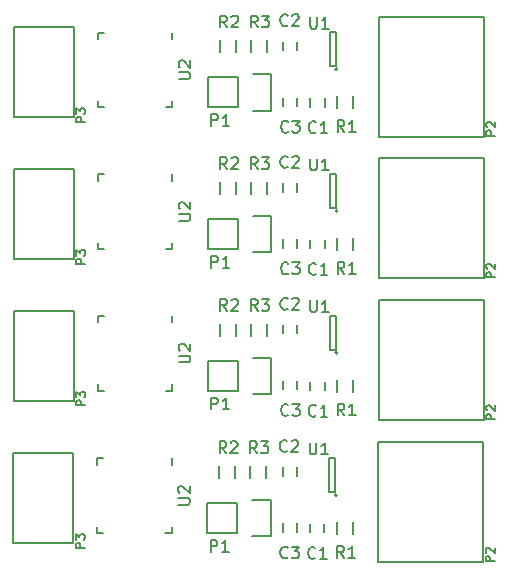
<source format=gto>
G04 #@! TF.FileFunction,Legend,Top*
%FSLAX46Y46*%
G04 Gerber Fmt 4.6, Leading zero omitted, Abs format (unit mm)*
G04 Created by KiCad (PCBNEW 4.0.2-stable) date 12.07.2016 15:23:50*
%MOMM*%
G01*
G04 APERTURE LIST*
%ADD10C,0.100000*%
%ADD11C,0.150000*%
%ADD12C,0.127000*%
G04 APERTURE END LIST*
D10*
D11*
X143615000Y-115955000D02*
X141075000Y-115955000D01*
X146435000Y-116235000D02*
X144885000Y-116235000D01*
X143615000Y-115955000D02*
X143615000Y-113415000D01*
X144885000Y-113135000D02*
X146435000Y-113135000D01*
X146435000Y-113135000D02*
X146435000Y-116235000D01*
X143615000Y-113415000D02*
X141075000Y-113415000D01*
X141075000Y-113415000D02*
X141075000Y-115955000D01*
X164400000Y-108270000D02*
X164400000Y-118430000D01*
X164400000Y-118430000D02*
X155510000Y-118430000D01*
X155510000Y-118430000D02*
X155510000Y-108270000D01*
X155510000Y-108270000D02*
X164400000Y-108270000D01*
X152035000Y-112735000D02*
G75*
G03X152035000Y-112735000I-100000J0D01*
G01*
X151385000Y-112485000D02*
X151885000Y-112485000D01*
X151385000Y-109585000D02*
X151385000Y-112485000D01*
X151885000Y-109585000D02*
X151385000Y-109585000D01*
X151885000Y-112485000D02*
X151885000Y-109585000D01*
X129690000Y-109170000D02*
X124610000Y-109170000D01*
X124610000Y-109170000D02*
X124610000Y-116790000D01*
X124610000Y-116790000D02*
X129690000Y-116790000D01*
X129690000Y-116790000D02*
X129690000Y-109170000D01*
X138035000Y-115935000D02*
X137510000Y-115935000D01*
X131735000Y-109635000D02*
X132260000Y-109635000D01*
X131735000Y-115935000D02*
X132260000Y-115935000D01*
X138035000Y-109635000D02*
X138035000Y-110160000D01*
X131735000Y-109635000D02*
X131735000Y-110160000D01*
X131735000Y-115935000D02*
X131735000Y-115410000D01*
X138035000Y-115935000D02*
X138035000Y-115410000D01*
X152010000Y-116035000D02*
X152010000Y-115035000D01*
X153360000Y-115035000D02*
X153360000Y-116035000D01*
X146060000Y-110285000D02*
X146060000Y-111285000D01*
X144710000Y-111285000D02*
X144710000Y-110285000D01*
X143410000Y-110285000D02*
X143410000Y-111285000D01*
X142060000Y-111285000D02*
X142060000Y-110285000D01*
X148635000Y-110385000D02*
X148635000Y-111085000D01*
X147435000Y-111085000D02*
X147435000Y-110385000D01*
X147435000Y-115835000D02*
X147435000Y-115135000D01*
X148635000Y-115135000D02*
X148635000Y-115835000D01*
X149735000Y-115885000D02*
X149735000Y-115185000D01*
X150935000Y-115185000D02*
X150935000Y-115885000D01*
X143665000Y-103905000D02*
X141125000Y-103905000D01*
X146485000Y-104185000D02*
X144935000Y-104185000D01*
X143665000Y-103905000D02*
X143665000Y-101365000D01*
X144935000Y-101085000D02*
X146485000Y-101085000D01*
X146485000Y-101085000D02*
X146485000Y-104185000D01*
X143665000Y-101365000D02*
X141125000Y-101365000D01*
X141125000Y-101365000D02*
X141125000Y-103905000D01*
X164450000Y-96220000D02*
X164450000Y-106380000D01*
X164450000Y-106380000D02*
X155560000Y-106380000D01*
X155560000Y-106380000D02*
X155560000Y-96220000D01*
X155560000Y-96220000D02*
X164450000Y-96220000D01*
X152085000Y-100685000D02*
G75*
G03X152085000Y-100685000I-100000J0D01*
G01*
X151435000Y-100435000D02*
X151935000Y-100435000D01*
X151435000Y-97535000D02*
X151435000Y-100435000D01*
X151935000Y-97535000D02*
X151435000Y-97535000D01*
X151935000Y-100435000D02*
X151935000Y-97535000D01*
X129740000Y-97120000D02*
X124660000Y-97120000D01*
X124660000Y-97120000D02*
X124660000Y-104740000D01*
X124660000Y-104740000D02*
X129740000Y-104740000D01*
X129740000Y-104740000D02*
X129740000Y-97120000D01*
X138085000Y-103885000D02*
X137560000Y-103885000D01*
X131785000Y-97585000D02*
X132310000Y-97585000D01*
X131785000Y-103885000D02*
X132310000Y-103885000D01*
X138085000Y-97585000D02*
X138085000Y-98110000D01*
X131785000Y-97585000D02*
X131785000Y-98110000D01*
X131785000Y-103885000D02*
X131785000Y-103360000D01*
X138085000Y-103885000D02*
X138085000Y-103360000D01*
X152060000Y-103985000D02*
X152060000Y-102985000D01*
X153410000Y-102985000D02*
X153410000Y-103985000D01*
X146110000Y-98235000D02*
X146110000Y-99235000D01*
X144760000Y-99235000D02*
X144760000Y-98235000D01*
X143460000Y-98235000D02*
X143460000Y-99235000D01*
X142110000Y-99235000D02*
X142110000Y-98235000D01*
X148685000Y-98335000D02*
X148685000Y-99035000D01*
X147485000Y-99035000D02*
X147485000Y-98335000D01*
X147485000Y-103785000D02*
X147485000Y-103085000D01*
X148685000Y-103085000D02*
X148685000Y-103785000D01*
X149785000Y-103835000D02*
X149785000Y-103135000D01*
X150985000Y-103135000D02*
X150985000Y-103835000D01*
X143665000Y-91905000D02*
X141125000Y-91905000D01*
X146485000Y-92185000D02*
X144935000Y-92185000D01*
X143665000Y-91905000D02*
X143665000Y-89365000D01*
X144935000Y-89085000D02*
X146485000Y-89085000D01*
X146485000Y-89085000D02*
X146485000Y-92185000D01*
X143665000Y-89365000D02*
X141125000Y-89365000D01*
X141125000Y-89365000D02*
X141125000Y-91905000D01*
X164450000Y-84220000D02*
X164450000Y-94380000D01*
X164450000Y-94380000D02*
X155560000Y-94380000D01*
X155560000Y-94380000D02*
X155560000Y-84220000D01*
X155560000Y-84220000D02*
X164450000Y-84220000D01*
X152085000Y-88685000D02*
G75*
G03X152085000Y-88685000I-100000J0D01*
G01*
X151435000Y-88435000D02*
X151935000Y-88435000D01*
X151435000Y-85535000D02*
X151435000Y-88435000D01*
X151935000Y-85535000D02*
X151435000Y-85535000D01*
X151935000Y-88435000D02*
X151935000Y-85535000D01*
X129740000Y-85120000D02*
X124660000Y-85120000D01*
X124660000Y-85120000D02*
X124660000Y-92740000D01*
X124660000Y-92740000D02*
X129740000Y-92740000D01*
X129740000Y-92740000D02*
X129740000Y-85120000D01*
X138085000Y-91885000D02*
X137560000Y-91885000D01*
X131785000Y-85585000D02*
X132310000Y-85585000D01*
X131785000Y-91885000D02*
X132310000Y-91885000D01*
X138085000Y-85585000D02*
X138085000Y-86110000D01*
X131785000Y-85585000D02*
X131785000Y-86110000D01*
X131785000Y-91885000D02*
X131785000Y-91360000D01*
X138085000Y-91885000D02*
X138085000Y-91360000D01*
X152060000Y-91985000D02*
X152060000Y-90985000D01*
X153410000Y-90985000D02*
X153410000Y-91985000D01*
X146110000Y-86235000D02*
X146110000Y-87235000D01*
X144760000Y-87235000D02*
X144760000Y-86235000D01*
X143460000Y-86235000D02*
X143460000Y-87235000D01*
X142110000Y-87235000D02*
X142110000Y-86235000D01*
X148685000Y-86335000D02*
X148685000Y-87035000D01*
X147485000Y-87035000D02*
X147485000Y-86335000D01*
X147485000Y-91785000D02*
X147485000Y-91085000D01*
X148685000Y-91085000D02*
X148685000Y-91785000D01*
X149785000Y-91835000D02*
X149785000Y-91135000D01*
X150985000Y-91135000D02*
X150985000Y-91835000D01*
X143665000Y-79905000D02*
X141125000Y-79905000D01*
X146485000Y-80185000D02*
X144935000Y-80185000D01*
X143665000Y-79905000D02*
X143665000Y-77365000D01*
X144935000Y-77085000D02*
X146485000Y-77085000D01*
X146485000Y-77085000D02*
X146485000Y-80185000D01*
X143665000Y-77365000D02*
X141125000Y-77365000D01*
X141125000Y-77365000D02*
X141125000Y-79905000D01*
X164450000Y-72220000D02*
X164450000Y-82380000D01*
X164450000Y-82380000D02*
X155560000Y-82380000D01*
X155560000Y-82380000D02*
X155560000Y-72220000D01*
X155560000Y-72220000D02*
X164450000Y-72220000D01*
X152085000Y-76685000D02*
G75*
G03X152085000Y-76685000I-100000J0D01*
G01*
X151435000Y-76435000D02*
X151935000Y-76435000D01*
X151435000Y-73535000D02*
X151435000Y-76435000D01*
X151935000Y-73535000D02*
X151435000Y-73535000D01*
X151935000Y-76435000D02*
X151935000Y-73535000D01*
X129740000Y-73120000D02*
X124660000Y-73120000D01*
X124660000Y-73120000D02*
X124660000Y-80740000D01*
X124660000Y-80740000D02*
X129740000Y-80740000D01*
X129740000Y-80740000D02*
X129740000Y-73120000D01*
X138085000Y-79885000D02*
X137560000Y-79885000D01*
X131785000Y-73585000D02*
X132310000Y-73585000D01*
X131785000Y-79885000D02*
X132310000Y-79885000D01*
X138085000Y-73585000D02*
X138085000Y-74110000D01*
X131785000Y-73585000D02*
X131785000Y-74110000D01*
X131785000Y-79885000D02*
X131785000Y-79360000D01*
X138085000Y-79885000D02*
X138085000Y-79360000D01*
X152060000Y-79985000D02*
X152060000Y-78985000D01*
X153410000Y-78985000D02*
X153410000Y-79985000D01*
X146110000Y-74235000D02*
X146110000Y-75235000D01*
X144760000Y-75235000D02*
X144760000Y-74235000D01*
X143460000Y-74235000D02*
X143460000Y-75235000D01*
X142110000Y-75235000D02*
X142110000Y-74235000D01*
X148685000Y-74335000D02*
X148685000Y-75035000D01*
X147485000Y-75035000D02*
X147485000Y-74335000D01*
X147485000Y-79785000D02*
X147485000Y-79085000D01*
X148685000Y-79085000D02*
X148685000Y-79785000D01*
X149785000Y-79835000D02*
X149785000Y-79135000D01*
X150985000Y-79135000D02*
X150985000Y-79835000D01*
X141346905Y-117537381D02*
X141346905Y-116537381D01*
X141727858Y-116537381D01*
X141823096Y-116585000D01*
X141870715Y-116632619D01*
X141918334Y-116727857D01*
X141918334Y-116870714D01*
X141870715Y-116965952D01*
X141823096Y-117013571D01*
X141727858Y-117061190D01*
X141346905Y-117061190D01*
X142870715Y-117537381D02*
X142299286Y-117537381D01*
X142585000Y-117537381D02*
X142585000Y-116537381D01*
X142489762Y-116680238D01*
X142394524Y-116775476D01*
X142299286Y-116823095D01*
D12*
X165379714Y-118347428D02*
X164617714Y-118347428D01*
X164617714Y-118057143D01*
X164654000Y-117984571D01*
X164690286Y-117948286D01*
X164762857Y-117912000D01*
X164871714Y-117912000D01*
X164944286Y-117948286D01*
X164980571Y-117984571D01*
X165016857Y-118057143D01*
X165016857Y-118347428D01*
X164690286Y-117621714D02*
X164654000Y-117585428D01*
X164617714Y-117512857D01*
X164617714Y-117331428D01*
X164654000Y-117258857D01*
X164690286Y-117222571D01*
X164762857Y-117186286D01*
X164835429Y-117186286D01*
X164944286Y-117222571D01*
X165379714Y-117658000D01*
X165379714Y-117186286D01*
D11*
X149723095Y-108287381D02*
X149723095Y-109096905D01*
X149770714Y-109192143D01*
X149818333Y-109239762D01*
X149913571Y-109287381D01*
X150104048Y-109287381D01*
X150199286Y-109239762D01*
X150246905Y-109192143D01*
X150294524Y-109096905D01*
X150294524Y-108287381D01*
X151294524Y-109287381D02*
X150723095Y-109287381D01*
X151008809Y-109287381D02*
X151008809Y-108287381D01*
X150913571Y-108430238D01*
X150818333Y-108525476D01*
X150723095Y-108573095D01*
D12*
X130679714Y-117197428D02*
X129917714Y-117197428D01*
X129917714Y-116907143D01*
X129954000Y-116834571D01*
X129990286Y-116798286D01*
X130062857Y-116762000D01*
X130171714Y-116762000D01*
X130244286Y-116798286D01*
X130280571Y-116834571D01*
X130316857Y-116907143D01*
X130316857Y-117197428D01*
X129917714Y-116508000D02*
X129917714Y-116036286D01*
X130208000Y-116290286D01*
X130208000Y-116181428D01*
X130244286Y-116108857D01*
X130280571Y-116072571D01*
X130353143Y-116036286D01*
X130534571Y-116036286D01*
X130607143Y-116072571D01*
X130643429Y-116108857D01*
X130679714Y-116181428D01*
X130679714Y-116399143D01*
X130643429Y-116471714D01*
X130607143Y-116508000D01*
D11*
X138587381Y-113546905D02*
X139396905Y-113546905D01*
X139492143Y-113499286D01*
X139539762Y-113451667D01*
X139587381Y-113356429D01*
X139587381Y-113165952D01*
X139539762Y-113070714D01*
X139492143Y-113023095D01*
X139396905Y-112975476D01*
X138587381Y-112975476D01*
X138682619Y-112546905D02*
X138635000Y-112499286D01*
X138587381Y-112404048D01*
X138587381Y-112165952D01*
X138635000Y-112070714D01*
X138682619Y-112023095D01*
X138777857Y-111975476D01*
X138873095Y-111975476D01*
X139015952Y-112023095D01*
X139587381Y-112594524D01*
X139587381Y-111975476D01*
X152618334Y-118037381D02*
X152285000Y-117561190D01*
X152046905Y-118037381D02*
X152046905Y-117037381D01*
X152427858Y-117037381D01*
X152523096Y-117085000D01*
X152570715Y-117132619D01*
X152618334Y-117227857D01*
X152618334Y-117370714D01*
X152570715Y-117465952D01*
X152523096Y-117513571D01*
X152427858Y-117561190D01*
X152046905Y-117561190D01*
X153570715Y-118037381D02*
X152999286Y-118037381D01*
X153285000Y-118037381D02*
X153285000Y-117037381D01*
X153189762Y-117180238D01*
X153094524Y-117275476D01*
X152999286Y-117323095D01*
X145268334Y-109187381D02*
X144935000Y-108711190D01*
X144696905Y-109187381D02*
X144696905Y-108187381D01*
X145077858Y-108187381D01*
X145173096Y-108235000D01*
X145220715Y-108282619D01*
X145268334Y-108377857D01*
X145268334Y-108520714D01*
X145220715Y-108615952D01*
X145173096Y-108663571D01*
X145077858Y-108711190D01*
X144696905Y-108711190D01*
X145601667Y-108187381D02*
X146220715Y-108187381D01*
X145887381Y-108568333D01*
X146030239Y-108568333D01*
X146125477Y-108615952D01*
X146173096Y-108663571D01*
X146220715Y-108758810D01*
X146220715Y-108996905D01*
X146173096Y-109092143D01*
X146125477Y-109139762D01*
X146030239Y-109187381D01*
X145744524Y-109187381D01*
X145649286Y-109139762D01*
X145601667Y-109092143D01*
X142668334Y-109187381D02*
X142335000Y-108711190D01*
X142096905Y-109187381D02*
X142096905Y-108187381D01*
X142477858Y-108187381D01*
X142573096Y-108235000D01*
X142620715Y-108282619D01*
X142668334Y-108377857D01*
X142668334Y-108520714D01*
X142620715Y-108615952D01*
X142573096Y-108663571D01*
X142477858Y-108711190D01*
X142096905Y-108711190D01*
X143049286Y-108282619D02*
X143096905Y-108235000D01*
X143192143Y-108187381D01*
X143430239Y-108187381D01*
X143525477Y-108235000D01*
X143573096Y-108282619D01*
X143620715Y-108377857D01*
X143620715Y-108473095D01*
X143573096Y-108615952D01*
X143001667Y-109187381D01*
X143620715Y-109187381D01*
X147818334Y-108992143D02*
X147770715Y-109039762D01*
X147627858Y-109087381D01*
X147532620Y-109087381D01*
X147389762Y-109039762D01*
X147294524Y-108944524D01*
X147246905Y-108849286D01*
X147199286Y-108658810D01*
X147199286Y-108515952D01*
X147246905Y-108325476D01*
X147294524Y-108230238D01*
X147389762Y-108135000D01*
X147532620Y-108087381D01*
X147627858Y-108087381D01*
X147770715Y-108135000D01*
X147818334Y-108182619D01*
X148199286Y-108182619D02*
X148246905Y-108135000D01*
X148342143Y-108087381D01*
X148580239Y-108087381D01*
X148675477Y-108135000D01*
X148723096Y-108182619D01*
X148770715Y-108277857D01*
X148770715Y-108373095D01*
X148723096Y-108515952D01*
X148151667Y-109087381D01*
X148770715Y-109087381D01*
X147868334Y-117992143D02*
X147820715Y-118039762D01*
X147677858Y-118087381D01*
X147582620Y-118087381D01*
X147439762Y-118039762D01*
X147344524Y-117944524D01*
X147296905Y-117849286D01*
X147249286Y-117658810D01*
X147249286Y-117515952D01*
X147296905Y-117325476D01*
X147344524Y-117230238D01*
X147439762Y-117135000D01*
X147582620Y-117087381D01*
X147677858Y-117087381D01*
X147820715Y-117135000D01*
X147868334Y-117182619D01*
X148201667Y-117087381D02*
X148820715Y-117087381D01*
X148487381Y-117468333D01*
X148630239Y-117468333D01*
X148725477Y-117515952D01*
X148773096Y-117563571D01*
X148820715Y-117658810D01*
X148820715Y-117896905D01*
X148773096Y-117992143D01*
X148725477Y-118039762D01*
X148630239Y-118087381D01*
X148344524Y-118087381D01*
X148249286Y-118039762D01*
X148201667Y-117992143D01*
X150218334Y-118042143D02*
X150170715Y-118089762D01*
X150027858Y-118137381D01*
X149932620Y-118137381D01*
X149789762Y-118089762D01*
X149694524Y-117994524D01*
X149646905Y-117899286D01*
X149599286Y-117708810D01*
X149599286Y-117565952D01*
X149646905Y-117375476D01*
X149694524Y-117280238D01*
X149789762Y-117185000D01*
X149932620Y-117137381D01*
X150027858Y-117137381D01*
X150170715Y-117185000D01*
X150218334Y-117232619D01*
X151170715Y-118137381D02*
X150599286Y-118137381D01*
X150885000Y-118137381D02*
X150885000Y-117137381D01*
X150789762Y-117280238D01*
X150694524Y-117375476D01*
X150599286Y-117423095D01*
X141396905Y-105487381D02*
X141396905Y-104487381D01*
X141777858Y-104487381D01*
X141873096Y-104535000D01*
X141920715Y-104582619D01*
X141968334Y-104677857D01*
X141968334Y-104820714D01*
X141920715Y-104915952D01*
X141873096Y-104963571D01*
X141777858Y-105011190D01*
X141396905Y-105011190D01*
X142920715Y-105487381D02*
X142349286Y-105487381D01*
X142635000Y-105487381D02*
X142635000Y-104487381D01*
X142539762Y-104630238D01*
X142444524Y-104725476D01*
X142349286Y-104773095D01*
D12*
X165429714Y-106297428D02*
X164667714Y-106297428D01*
X164667714Y-106007143D01*
X164704000Y-105934571D01*
X164740286Y-105898286D01*
X164812857Y-105862000D01*
X164921714Y-105862000D01*
X164994286Y-105898286D01*
X165030571Y-105934571D01*
X165066857Y-106007143D01*
X165066857Y-106297428D01*
X164740286Y-105571714D02*
X164704000Y-105535428D01*
X164667714Y-105462857D01*
X164667714Y-105281428D01*
X164704000Y-105208857D01*
X164740286Y-105172571D01*
X164812857Y-105136286D01*
X164885429Y-105136286D01*
X164994286Y-105172571D01*
X165429714Y-105608000D01*
X165429714Y-105136286D01*
D11*
X149773095Y-96237381D02*
X149773095Y-97046905D01*
X149820714Y-97142143D01*
X149868333Y-97189762D01*
X149963571Y-97237381D01*
X150154048Y-97237381D01*
X150249286Y-97189762D01*
X150296905Y-97142143D01*
X150344524Y-97046905D01*
X150344524Y-96237381D01*
X151344524Y-97237381D02*
X150773095Y-97237381D01*
X151058809Y-97237381D02*
X151058809Y-96237381D01*
X150963571Y-96380238D01*
X150868333Y-96475476D01*
X150773095Y-96523095D01*
D12*
X130729714Y-105147428D02*
X129967714Y-105147428D01*
X129967714Y-104857143D01*
X130004000Y-104784571D01*
X130040286Y-104748286D01*
X130112857Y-104712000D01*
X130221714Y-104712000D01*
X130294286Y-104748286D01*
X130330571Y-104784571D01*
X130366857Y-104857143D01*
X130366857Y-105147428D01*
X129967714Y-104458000D02*
X129967714Y-103986286D01*
X130258000Y-104240286D01*
X130258000Y-104131428D01*
X130294286Y-104058857D01*
X130330571Y-104022571D01*
X130403143Y-103986286D01*
X130584571Y-103986286D01*
X130657143Y-104022571D01*
X130693429Y-104058857D01*
X130729714Y-104131428D01*
X130729714Y-104349143D01*
X130693429Y-104421714D01*
X130657143Y-104458000D01*
D11*
X138637381Y-101496905D02*
X139446905Y-101496905D01*
X139542143Y-101449286D01*
X139589762Y-101401667D01*
X139637381Y-101306429D01*
X139637381Y-101115952D01*
X139589762Y-101020714D01*
X139542143Y-100973095D01*
X139446905Y-100925476D01*
X138637381Y-100925476D01*
X138732619Y-100496905D02*
X138685000Y-100449286D01*
X138637381Y-100354048D01*
X138637381Y-100115952D01*
X138685000Y-100020714D01*
X138732619Y-99973095D01*
X138827857Y-99925476D01*
X138923095Y-99925476D01*
X139065952Y-99973095D01*
X139637381Y-100544524D01*
X139637381Y-99925476D01*
X152668334Y-105987381D02*
X152335000Y-105511190D01*
X152096905Y-105987381D02*
X152096905Y-104987381D01*
X152477858Y-104987381D01*
X152573096Y-105035000D01*
X152620715Y-105082619D01*
X152668334Y-105177857D01*
X152668334Y-105320714D01*
X152620715Y-105415952D01*
X152573096Y-105463571D01*
X152477858Y-105511190D01*
X152096905Y-105511190D01*
X153620715Y-105987381D02*
X153049286Y-105987381D01*
X153335000Y-105987381D02*
X153335000Y-104987381D01*
X153239762Y-105130238D01*
X153144524Y-105225476D01*
X153049286Y-105273095D01*
X145318334Y-97137381D02*
X144985000Y-96661190D01*
X144746905Y-97137381D02*
X144746905Y-96137381D01*
X145127858Y-96137381D01*
X145223096Y-96185000D01*
X145270715Y-96232619D01*
X145318334Y-96327857D01*
X145318334Y-96470714D01*
X145270715Y-96565952D01*
X145223096Y-96613571D01*
X145127858Y-96661190D01*
X144746905Y-96661190D01*
X145651667Y-96137381D02*
X146270715Y-96137381D01*
X145937381Y-96518333D01*
X146080239Y-96518333D01*
X146175477Y-96565952D01*
X146223096Y-96613571D01*
X146270715Y-96708810D01*
X146270715Y-96946905D01*
X146223096Y-97042143D01*
X146175477Y-97089762D01*
X146080239Y-97137381D01*
X145794524Y-97137381D01*
X145699286Y-97089762D01*
X145651667Y-97042143D01*
X142718334Y-97137381D02*
X142385000Y-96661190D01*
X142146905Y-97137381D02*
X142146905Y-96137381D01*
X142527858Y-96137381D01*
X142623096Y-96185000D01*
X142670715Y-96232619D01*
X142718334Y-96327857D01*
X142718334Y-96470714D01*
X142670715Y-96565952D01*
X142623096Y-96613571D01*
X142527858Y-96661190D01*
X142146905Y-96661190D01*
X143099286Y-96232619D02*
X143146905Y-96185000D01*
X143242143Y-96137381D01*
X143480239Y-96137381D01*
X143575477Y-96185000D01*
X143623096Y-96232619D01*
X143670715Y-96327857D01*
X143670715Y-96423095D01*
X143623096Y-96565952D01*
X143051667Y-97137381D01*
X143670715Y-97137381D01*
X147868334Y-96942143D02*
X147820715Y-96989762D01*
X147677858Y-97037381D01*
X147582620Y-97037381D01*
X147439762Y-96989762D01*
X147344524Y-96894524D01*
X147296905Y-96799286D01*
X147249286Y-96608810D01*
X147249286Y-96465952D01*
X147296905Y-96275476D01*
X147344524Y-96180238D01*
X147439762Y-96085000D01*
X147582620Y-96037381D01*
X147677858Y-96037381D01*
X147820715Y-96085000D01*
X147868334Y-96132619D01*
X148249286Y-96132619D02*
X148296905Y-96085000D01*
X148392143Y-96037381D01*
X148630239Y-96037381D01*
X148725477Y-96085000D01*
X148773096Y-96132619D01*
X148820715Y-96227857D01*
X148820715Y-96323095D01*
X148773096Y-96465952D01*
X148201667Y-97037381D01*
X148820715Y-97037381D01*
X147918334Y-105942143D02*
X147870715Y-105989762D01*
X147727858Y-106037381D01*
X147632620Y-106037381D01*
X147489762Y-105989762D01*
X147394524Y-105894524D01*
X147346905Y-105799286D01*
X147299286Y-105608810D01*
X147299286Y-105465952D01*
X147346905Y-105275476D01*
X147394524Y-105180238D01*
X147489762Y-105085000D01*
X147632620Y-105037381D01*
X147727858Y-105037381D01*
X147870715Y-105085000D01*
X147918334Y-105132619D01*
X148251667Y-105037381D02*
X148870715Y-105037381D01*
X148537381Y-105418333D01*
X148680239Y-105418333D01*
X148775477Y-105465952D01*
X148823096Y-105513571D01*
X148870715Y-105608810D01*
X148870715Y-105846905D01*
X148823096Y-105942143D01*
X148775477Y-105989762D01*
X148680239Y-106037381D01*
X148394524Y-106037381D01*
X148299286Y-105989762D01*
X148251667Y-105942143D01*
X150268334Y-105992143D02*
X150220715Y-106039762D01*
X150077858Y-106087381D01*
X149982620Y-106087381D01*
X149839762Y-106039762D01*
X149744524Y-105944524D01*
X149696905Y-105849286D01*
X149649286Y-105658810D01*
X149649286Y-105515952D01*
X149696905Y-105325476D01*
X149744524Y-105230238D01*
X149839762Y-105135000D01*
X149982620Y-105087381D01*
X150077858Y-105087381D01*
X150220715Y-105135000D01*
X150268334Y-105182619D01*
X151220715Y-106087381D02*
X150649286Y-106087381D01*
X150935000Y-106087381D02*
X150935000Y-105087381D01*
X150839762Y-105230238D01*
X150744524Y-105325476D01*
X150649286Y-105373095D01*
X141396905Y-93487381D02*
X141396905Y-92487381D01*
X141777858Y-92487381D01*
X141873096Y-92535000D01*
X141920715Y-92582619D01*
X141968334Y-92677857D01*
X141968334Y-92820714D01*
X141920715Y-92915952D01*
X141873096Y-92963571D01*
X141777858Y-93011190D01*
X141396905Y-93011190D01*
X142920715Y-93487381D02*
X142349286Y-93487381D01*
X142635000Y-93487381D02*
X142635000Y-92487381D01*
X142539762Y-92630238D01*
X142444524Y-92725476D01*
X142349286Y-92773095D01*
D12*
X165429714Y-94297428D02*
X164667714Y-94297428D01*
X164667714Y-94007143D01*
X164704000Y-93934571D01*
X164740286Y-93898286D01*
X164812857Y-93862000D01*
X164921714Y-93862000D01*
X164994286Y-93898286D01*
X165030571Y-93934571D01*
X165066857Y-94007143D01*
X165066857Y-94297428D01*
X164740286Y-93571714D02*
X164704000Y-93535428D01*
X164667714Y-93462857D01*
X164667714Y-93281428D01*
X164704000Y-93208857D01*
X164740286Y-93172571D01*
X164812857Y-93136286D01*
X164885429Y-93136286D01*
X164994286Y-93172571D01*
X165429714Y-93608000D01*
X165429714Y-93136286D01*
D11*
X149773095Y-84237381D02*
X149773095Y-85046905D01*
X149820714Y-85142143D01*
X149868333Y-85189762D01*
X149963571Y-85237381D01*
X150154048Y-85237381D01*
X150249286Y-85189762D01*
X150296905Y-85142143D01*
X150344524Y-85046905D01*
X150344524Y-84237381D01*
X151344524Y-85237381D02*
X150773095Y-85237381D01*
X151058809Y-85237381D02*
X151058809Y-84237381D01*
X150963571Y-84380238D01*
X150868333Y-84475476D01*
X150773095Y-84523095D01*
D12*
X130729714Y-93147428D02*
X129967714Y-93147428D01*
X129967714Y-92857143D01*
X130004000Y-92784571D01*
X130040286Y-92748286D01*
X130112857Y-92712000D01*
X130221714Y-92712000D01*
X130294286Y-92748286D01*
X130330571Y-92784571D01*
X130366857Y-92857143D01*
X130366857Y-93147428D01*
X129967714Y-92458000D02*
X129967714Y-91986286D01*
X130258000Y-92240286D01*
X130258000Y-92131428D01*
X130294286Y-92058857D01*
X130330571Y-92022571D01*
X130403143Y-91986286D01*
X130584571Y-91986286D01*
X130657143Y-92022571D01*
X130693429Y-92058857D01*
X130729714Y-92131428D01*
X130729714Y-92349143D01*
X130693429Y-92421714D01*
X130657143Y-92458000D01*
D11*
X138637381Y-89496905D02*
X139446905Y-89496905D01*
X139542143Y-89449286D01*
X139589762Y-89401667D01*
X139637381Y-89306429D01*
X139637381Y-89115952D01*
X139589762Y-89020714D01*
X139542143Y-88973095D01*
X139446905Y-88925476D01*
X138637381Y-88925476D01*
X138732619Y-88496905D02*
X138685000Y-88449286D01*
X138637381Y-88354048D01*
X138637381Y-88115952D01*
X138685000Y-88020714D01*
X138732619Y-87973095D01*
X138827857Y-87925476D01*
X138923095Y-87925476D01*
X139065952Y-87973095D01*
X139637381Y-88544524D01*
X139637381Y-87925476D01*
X152668334Y-93987381D02*
X152335000Y-93511190D01*
X152096905Y-93987381D02*
X152096905Y-92987381D01*
X152477858Y-92987381D01*
X152573096Y-93035000D01*
X152620715Y-93082619D01*
X152668334Y-93177857D01*
X152668334Y-93320714D01*
X152620715Y-93415952D01*
X152573096Y-93463571D01*
X152477858Y-93511190D01*
X152096905Y-93511190D01*
X153620715Y-93987381D02*
X153049286Y-93987381D01*
X153335000Y-93987381D02*
X153335000Y-92987381D01*
X153239762Y-93130238D01*
X153144524Y-93225476D01*
X153049286Y-93273095D01*
X145318334Y-85137381D02*
X144985000Y-84661190D01*
X144746905Y-85137381D02*
X144746905Y-84137381D01*
X145127858Y-84137381D01*
X145223096Y-84185000D01*
X145270715Y-84232619D01*
X145318334Y-84327857D01*
X145318334Y-84470714D01*
X145270715Y-84565952D01*
X145223096Y-84613571D01*
X145127858Y-84661190D01*
X144746905Y-84661190D01*
X145651667Y-84137381D02*
X146270715Y-84137381D01*
X145937381Y-84518333D01*
X146080239Y-84518333D01*
X146175477Y-84565952D01*
X146223096Y-84613571D01*
X146270715Y-84708810D01*
X146270715Y-84946905D01*
X146223096Y-85042143D01*
X146175477Y-85089762D01*
X146080239Y-85137381D01*
X145794524Y-85137381D01*
X145699286Y-85089762D01*
X145651667Y-85042143D01*
X142718334Y-85137381D02*
X142385000Y-84661190D01*
X142146905Y-85137381D02*
X142146905Y-84137381D01*
X142527858Y-84137381D01*
X142623096Y-84185000D01*
X142670715Y-84232619D01*
X142718334Y-84327857D01*
X142718334Y-84470714D01*
X142670715Y-84565952D01*
X142623096Y-84613571D01*
X142527858Y-84661190D01*
X142146905Y-84661190D01*
X143099286Y-84232619D02*
X143146905Y-84185000D01*
X143242143Y-84137381D01*
X143480239Y-84137381D01*
X143575477Y-84185000D01*
X143623096Y-84232619D01*
X143670715Y-84327857D01*
X143670715Y-84423095D01*
X143623096Y-84565952D01*
X143051667Y-85137381D01*
X143670715Y-85137381D01*
X147868334Y-84942143D02*
X147820715Y-84989762D01*
X147677858Y-85037381D01*
X147582620Y-85037381D01*
X147439762Y-84989762D01*
X147344524Y-84894524D01*
X147296905Y-84799286D01*
X147249286Y-84608810D01*
X147249286Y-84465952D01*
X147296905Y-84275476D01*
X147344524Y-84180238D01*
X147439762Y-84085000D01*
X147582620Y-84037381D01*
X147677858Y-84037381D01*
X147820715Y-84085000D01*
X147868334Y-84132619D01*
X148249286Y-84132619D02*
X148296905Y-84085000D01*
X148392143Y-84037381D01*
X148630239Y-84037381D01*
X148725477Y-84085000D01*
X148773096Y-84132619D01*
X148820715Y-84227857D01*
X148820715Y-84323095D01*
X148773096Y-84465952D01*
X148201667Y-85037381D01*
X148820715Y-85037381D01*
X147918334Y-93942143D02*
X147870715Y-93989762D01*
X147727858Y-94037381D01*
X147632620Y-94037381D01*
X147489762Y-93989762D01*
X147394524Y-93894524D01*
X147346905Y-93799286D01*
X147299286Y-93608810D01*
X147299286Y-93465952D01*
X147346905Y-93275476D01*
X147394524Y-93180238D01*
X147489762Y-93085000D01*
X147632620Y-93037381D01*
X147727858Y-93037381D01*
X147870715Y-93085000D01*
X147918334Y-93132619D01*
X148251667Y-93037381D02*
X148870715Y-93037381D01*
X148537381Y-93418333D01*
X148680239Y-93418333D01*
X148775477Y-93465952D01*
X148823096Y-93513571D01*
X148870715Y-93608810D01*
X148870715Y-93846905D01*
X148823096Y-93942143D01*
X148775477Y-93989762D01*
X148680239Y-94037381D01*
X148394524Y-94037381D01*
X148299286Y-93989762D01*
X148251667Y-93942143D01*
X150268334Y-93992143D02*
X150220715Y-94039762D01*
X150077858Y-94087381D01*
X149982620Y-94087381D01*
X149839762Y-94039762D01*
X149744524Y-93944524D01*
X149696905Y-93849286D01*
X149649286Y-93658810D01*
X149649286Y-93515952D01*
X149696905Y-93325476D01*
X149744524Y-93230238D01*
X149839762Y-93135000D01*
X149982620Y-93087381D01*
X150077858Y-93087381D01*
X150220715Y-93135000D01*
X150268334Y-93182619D01*
X151220715Y-94087381D02*
X150649286Y-94087381D01*
X150935000Y-94087381D02*
X150935000Y-93087381D01*
X150839762Y-93230238D01*
X150744524Y-93325476D01*
X150649286Y-93373095D01*
X141396905Y-81487381D02*
X141396905Y-80487381D01*
X141777858Y-80487381D01*
X141873096Y-80535000D01*
X141920715Y-80582619D01*
X141968334Y-80677857D01*
X141968334Y-80820714D01*
X141920715Y-80915952D01*
X141873096Y-80963571D01*
X141777858Y-81011190D01*
X141396905Y-81011190D01*
X142920715Y-81487381D02*
X142349286Y-81487381D01*
X142635000Y-81487381D02*
X142635000Y-80487381D01*
X142539762Y-80630238D01*
X142444524Y-80725476D01*
X142349286Y-80773095D01*
D12*
X165429714Y-82297428D02*
X164667714Y-82297428D01*
X164667714Y-82007143D01*
X164704000Y-81934571D01*
X164740286Y-81898286D01*
X164812857Y-81862000D01*
X164921714Y-81862000D01*
X164994286Y-81898286D01*
X165030571Y-81934571D01*
X165066857Y-82007143D01*
X165066857Y-82297428D01*
X164740286Y-81571714D02*
X164704000Y-81535428D01*
X164667714Y-81462857D01*
X164667714Y-81281428D01*
X164704000Y-81208857D01*
X164740286Y-81172571D01*
X164812857Y-81136286D01*
X164885429Y-81136286D01*
X164994286Y-81172571D01*
X165429714Y-81608000D01*
X165429714Y-81136286D01*
D11*
X149773095Y-72237381D02*
X149773095Y-73046905D01*
X149820714Y-73142143D01*
X149868333Y-73189762D01*
X149963571Y-73237381D01*
X150154048Y-73237381D01*
X150249286Y-73189762D01*
X150296905Y-73142143D01*
X150344524Y-73046905D01*
X150344524Y-72237381D01*
X151344524Y-73237381D02*
X150773095Y-73237381D01*
X151058809Y-73237381D02*
X151058809Y-72237381D01*
X150963571Y-72380238D01*
X150868333Y-72475476D01*
X150773095Y-72523095D01*
D12*
X130729714Y-81147428D02*
X129967714Y-81147428D01*
X129967714Y-80857143D01*
X130004000Y-80784571D01*
X130040286Y-80748286D01*
X130112857Y-80712000D01*
X130221714Y-80712000D01*
X130294286Y-80748286D01*
X130330571Y-80784571D01*
X130366857Y-80857143D01*
X130366857Y-81147428D01*
X129967714Y-80458000D02*
X129967714Y-79986286D01*
X130258000Y-80240286D01*
X130258000Y-80131428D01*
X130294286Y-80058857D01*
X130330571Y-80022571D01*
X130403143Y-79986286D01*
X130584571Y-79986286D01*
X130657143Y-80022571D01*
X130693429Y-80058857D01*
X130729714Y-80131428D01*
X130729714Y-80349143D01*
X130693429Y-80421714D01*
X130657143Y-80458000D01*
D11*
X138637381Y-77496905D02*
X139446905Y-77496905D01*
X139542143Y-77449286D01*
X139589762Y-77401667D01*
X139637381Y-77306429D01*
X139637381Y-77115952D01*
X139589762Y-77020714D01*
X139542143Y-76973095D01*
X139446905Y-76925476D01*
X138637381Y-76925476D01*
X138732619Y-76496905D02*
X138685000Y-76449286D01*
X138637381Y-76354048D01*
X138637381Y-76115952D01*
X138685000Y-76020714D01*
X138732619Y-75973095D01*
X138827857Y-75925476D01*
X138923095Y-75925476D01*
X139065952Y-75973095D01*
X139637381Y-76544524D01*
X139637381Y-75925476D01*
X152668334Y-81987381D02*
X152335000Y-81511190D01*
X152096905Y-81987381D02*
X152096905Y-80987381D01*
X152477858Y-80987381D01*
X152573096Y-81035000D01*
X152620715Y-81082619D01*
X152668334Y-81177857D01*
X152668334Y-81320714D01*
X152620715Y-81415952D01*
X152573096Y-81463571D01*
X152477858Y-81511190D01*
X152096905Y-81511190D01*
X153620715Y-81987381D02*
X153049286Y-81987381D01*
X153335000Y-81987381D02*
X153335000Y-80987381D01*
X153239762Y-81130238D01*
X153144524Y-81225476D01*
X153049286Y-81273095D01*
X145318334Y-73137381D02*
X144985000Y-72661190D01*
X144746905Y-73137381D02*
X144746905Y-72137381D01*
X145127858Y-72137381D01*
X145223096Y-72185000D01*
X145270715Y-72232619D01*
X145318334Y-72327857D01*
X145318334Y-72470714D01*
X145270715Y-72565952D01*
X145223096Y-72613571D01*
X145127858Y-72661190D01*
X144746905Y-72661190D01*
X145651667Y-72137381D02*
X146270715Y-72137381D01*
X145937381Y-72518333D01*
X146080239Y-72518333D01*
X146175477Y-72565952D01*
X146223096Y-72613571D01*
X146270715Y-72708810D01*
X146270715Y-72946905D01*
X146223096Y-73042143D01*
X146175477Y-73089762D01*
X146080239Y-73137381D01*
X145794524Y-73137381D01*
X145699286Y-73089762D01*
X145651667Y-73042143D01*
X142718334Y-73137381D02*
X142385000Y-72661190D01*
X142146905Y-73137381D02*
X142146905Y-72137381D01*
X142527858Y-72137381D01*
X142623096Y-72185000D01*
X142670715Y-72232619D01*
X142718334Y-72327857D01*
X142718334Y-72470714D01*
X142670715Y-72565952D01*
X142623096Y-72613571D01*
X142527858Y-72661190D01*
X142146905Y-72661190D01*
X143099286Y-72232619D02*
X143146905Y-72185000D01*
X143242143Y-72137381D01*
X143480239Y-72137381D01*
X143575477Y-72185000D01*
X143623096Y-72232619D01*
X143670715Y-72327857D01*
X143670715Y-72423095D01*
X143623096Y-72565952D01*
X143051667Y-73137381D01*
X143670715Y-73137381D01*
X147868334Y-72942143D02*
X147820715Y-72989762D01*
X147677858Y-73037381D01*
X147582620Y-73037381D01*
X147439762Y-72989762D01*
X147344524Y-72894524D01*
X147296905Y-72799286D01*
X147249286Y-72608810D01*
X147249286Y-72465952D01*
X147296905Y-72275476D01*
X147344524Y-72180238D01*
X147439762Y-72085000D01*
X147582620Y-72037381D01*
X147677858Y-72037381D01*
X147820715Y-72085000D01*
X147868334Y-72132619D01*
X148249286Y-72132619D02*
X148296905Y-72085000D01*
X148392143Y-72037381D01*
X148630239Y-72037381D01*
X148725477Y-72085000D01*
X148773096Y-72132619D01*
X148820715Y-72227857D01*
X148820715Y-72323095D01*
X148773096Y-72465952D01*
X148201667Y-73037381D01*
X148820715Y-73037381D01*
X147918334Y-81942143D02*
X147870715Y-81989762D01*
X147727858Y-82037381D01*
X147632620Y-82037381D01*
X147489762Y-81989762D01*
X147394524Y-81894524D01*
X147346905Y-81799286D01*
X147299286Y-81608810D01*
X147299286Y-81465952D01*
X147346905Y-81275476D01*
X147394524Y-81180238D01*
X147489762Y-81085000D01*
X147632620Y-81037381D01*
X147727858Y-81037381D01*
X147870715Y-81085000D01*
X147918334Y-81132619D01*
X148251667Y-81037381D02*
X148870715Y-81037381D01*
X148537381Y-81418333D01*
X148680239Y-81418333D01*
X148775477Y-81465952D01*
X148823096Y-81513571D01*
X148870715Y-81608810D01*
X148870715Y-81846905D01*
X148823096Y-81942143D01*
X148775477Y-81989762D01*
X148680239Y-82037381D01*
X148394524Y-82037381D01*
X148299286Y-81989762D01*
X148251667Y-81942143D01*
X150268334Y-81992143D02*
X150220715Y-82039762D01*
X150077858Y-82087381D01*
X149982620Y-82087381D01*
X149839762Y-82039762D01*
X149744524Y-81944524D01*
X149696905Y-81849286D01*
X149649286Y-81658810D01*
X149649286Y-81515952D01*
X149696905Y-81325476D01*
X149744524Y-81230238D01*
X149839762Y-81135000D01*
X149982620Y-81087381D01*
X150077858Y-81087381D01*
X150220715Y-81135000D01*
X150268334Y-81182619D01*
X151220715Y-82087381D02*
X150649286Y-82087381D01*
X150935000Y-82087381D02*
X150935000Y-81087381D01*
X150839762Y-81230238D01*
X150744524Y-81325476D01*
X150649286Y-81373095D01*
M02*

</source>
